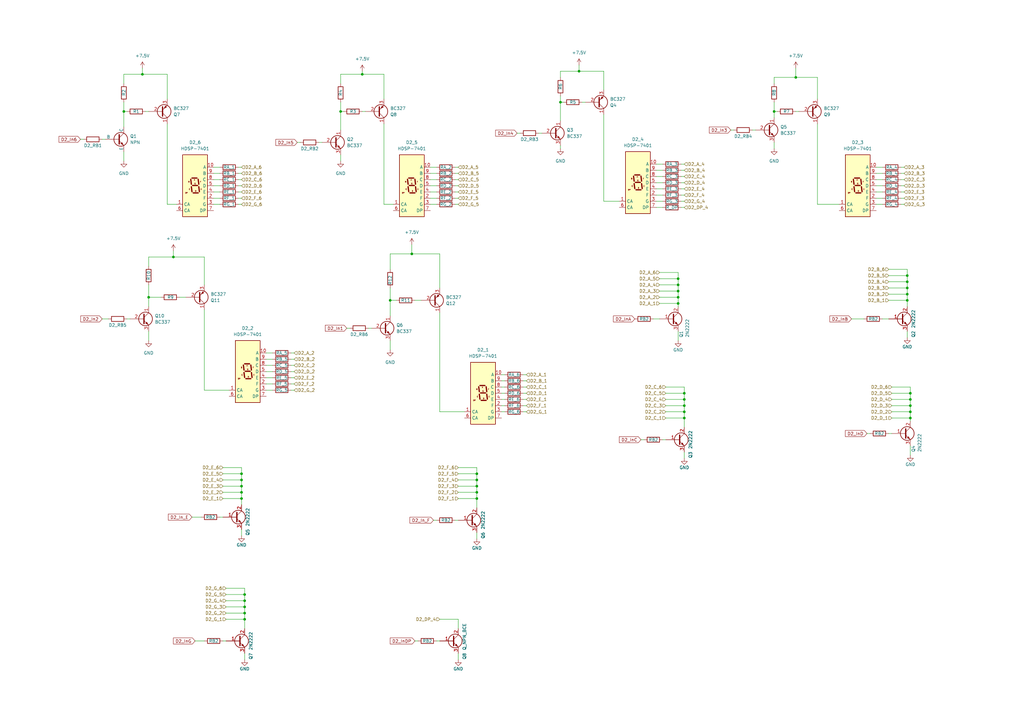
<source format=kicad_sch>
(kicad_sch (version 20230121) (generator eeschema)
  (paper "A3")
  (lib_symbols
    (symbol "Device:Q_NPN_BCE" (pin_names (offset 0) hide)
      (property "Reference" "Q" (at 5.08 1.27 0))
      (property "Value" "Q_NPN_BCE" (at 5.08 -1.27 0))
      (symbol "Q_NPN_BCE_0_1"
        (polyline (pts (xy 0.635 0.635) (xy 2.54 2.54)))
        (polyline (pts (xy 0.635 -0.635) (xy 2.54 -2.54) (xy 2.54 -2.54)))
        (polyline (pts (xy 0.635 1.905) (xy 0.635 -1.905) (xy 0.635 -1.905)) (stroke (width 0.508)))
        (polyline (pts (xy 1.27 -1.778) (xy 1.778 -1.27) (xy 2.286 -2.286) (xy 1.27 -1.778) (xy 1.27 -1.778)) (fill (type outline)))
        (circle (center 1.27 0) (radius 2.8194) (stroke (width 0.254)))
      )
      (symbol "Q_NPN_BCE_1_1"
        (pin input line (at -5.08 0 0) (length 5.715) (name "B") (number "1"))
        (pin passive line (at 2.54 5.08 270) (length 2.54) (name "C") (number "2"))
        (pin passive line (at 2.54 -5.08 90) (length 2.54) (name "E") (number "3"))
      )
    )
    (symbol "Device:R" (pin_numbers hide) (pin_names (offset 0))
      (property "Reference" "R" (at 2.032 0 90))
      (property "Value" "R" (at 0 0 90))
      (symbol "R_0_1"
        (rectangle (start -1.016 -2.54) (end 1.016 2.54) (stroke (width 0.254)))
      )
      (symbol "R_1_1"
        (pin passive line (at 0 3.81 270) (length 1.27) (name "~") (number "1"))
        (pin passive line (at 0 -3.81 90) (length 1.27) (name "~") (number "2"))
      )
    )
    (symbol "Display_Character:HDSP-7401"
      (property "Reference" "U" (at -3.81 13.97 0))
      (property "Value" "HDSP-7401" (at 6.35 13.97 0))
      (symbol "HDSP-7401_1_0"
        (text "A" (at 0.254 2.413 0) (effects (font (size 0.508 0.508))))
        (text "B" (at 2.54 1.651 0) (effects (font (size 0.508 0.508))))
        (text "C" (at 2.286 -1.397 0) (effects (font (size 0.508 0.508))))
        (text "D" (at -0.254 -2.159 0) (effects (font (size 0.508 0.508))))
        (text "DP" (at 3.556 -2.921 0) (effects (font (size 0.508 0.508))))
        (text "E" (at -2.54 -1.397 0) (effects (font (size 0.508 0.508))))
        (text "F" (at -2.286 1.651 0) (effects (font (size 0.508 0.508))))
        (text "G" (at 0 0.889 0) (effects (font (size 0.508 0.508))))
      )
      (symbol "HDSP-7401_1_1"
        (rectangle (start -5.08 12.7) (end 5.08 -12.7) (stroke (width 0.254)) (fill (type background)))
        (polyline (pts (xy -1.524 -0.381) (xy -1.778 -2.413)) (stroke (width 0.508)))
        (polyline (pts (xy -1.27 -2.921) (xy 0.762 -2.921)) (stroke (width 0.508)))
        (polyline (pts (xy -1.27 2.667) (xy -1.524 0.635)) (stroke (width 0.508)))
        (polyline (pts (xy -1.016 0.127) (xy 1.016 0.127)) (stroke (width 0.508)))
        (polyline (pts (xy -0.762 3.175) (xy 1.27 3.175)) (stroke (width 0.508)))
        (polyline (pts (xy 1.524 -0.381) (xy 1.27 -2.413)) (stroke (width 0.508)))
        (polyline (pts (xy 1.778 2.667) (xy 1.524 0.635)) (stroke (width 0.508)))
        (polyline (pts (xy 2.54 -2.921) (xy 2.54 -2.921)) (stroke (width 0.508)))
        (pin input line (at 7.62 -7.62 180) (length 2.54) (name "CA") (number "1"))
        (pin input line (at -7.62 7.62 0) (length 2.54) (name "A") (number "10"))
        (pin input line (at -7.62 -5.08 0) (length 2.54) (name "F") (number "2"))
        (pin input line (at -7.62 -7.62 0) (length 2.54) (name "G") (number "3"))
        (pin input line (at -7.62 -2.54 0) (length 2.54) (name "E") (number "4"))
        (pin input line (at -7.62 0 0) (length 2.54) (name "D") (number "5"))
        (pin input line (at 7.62 -10.16 180) (length 2.54) (name "CA") (number "6"))
        (pin input line (at -7.62 -10.16 0) (length 2.54) (name "DP") (number "7"))
        (pin input line (at -7.62 2.54 0) (length 2.54) (name "C") (number "8"))
        (pin input line (at -7.62 5.08 0) (length 2.54) (name "B") (number "9"))
      )
    )
    (symbol "GND_1" (power) (pin_names (offset 0))
      (property "Value" "GND_1" (at 0 -3.81 0))
      (symbol "GND_1_0_1"
        (polyline (pts (xy 0 0) (xy 0 -1.27) (xy 1.27 -1.27) (xy 0 -2.54) (xy -1.27 -1.27) (xy 0 -1.27)))
      )
      (symbol "GND_1_1_1"
        (pin power_in line (at 0 0 270) (length 0) hide (name "GND") (number "1"))
      )
    )
    (symbol "GND_2" (power) (pin_names (offset 0))
      (property "Value" "GND_2" (at 0 -3.81 0))
      (symbol "GND_2_0_1"
        (polyline (pts (xy 0 0) (xy 0 -1.27) (xy 1.27 -1.27) (xy 0 -2.54) (xy -1.27 -1.27) (xy 0 -1.27)))
      )
      (symbol "GND_2_1_1"
        (pin power_in line (at 0 0 270) (length 0) hide (name "GND") (number "1"))
      )
    )
    (symbol "GND_3" (power) (pin_names (offset 0))
      (property "Value" "GND_3" (at 0 -3.81 0))
      (symbol "GND_3_0_1"
        (polyline (pts (xy 0 0) (xy 0 -1.27) (xy 1.27 -1.27) (xy 0 -2.54) (xy -1.27 -1.27) (xy 0 -1.27)))
      )
      (symbol "GND_3_1_1"
        (pin power_in line (at 0 0 270) (length 0) hide (name "GND") (number "1"))
      )
    )
    (symbol "GND_4" (power) (pin_names (offset 0))
      (property "Value" "GND_4" (at 0 -3.81 0))
      (symbol "GND_4_0_1"
        (polyline (pts (xy 0 0) (xy 0 -1.27) (xy 1.27 -1.27) (xy 0 -2.54) (xy -1.27 -1.27) (xy 0 -1.27)))
      )
      (symbol "GND_4_1_1"
        (pin power_in line (at 0 0 270) (length 0) hide (name "GND") (number "1"))
      )
    )
    (symbol "GND_5" (power) (pin_names (offset 0))
      (property "Value" "GND_5" (at 0 -3.81 0))
      (symbol "GND_5_0_1"
        (polyline (pts (xy 0 0) (xy 0 -1.27) (xy 1.27 -1.27) (xy 0 -2.54) (xy -1.27 -1.27) (xy 0 -1.27)))
      )
      (symbol "GND_5_1_1"
        (pin power_in line (at 0 0 270) (length 0) hide (name "GND") (number "1"))
      )
    )
    (symbol "Simulation_SPICE:NPN" (pin_numbers hide) (pin_names (offset 0))
      (property "Reference" "Q" (at -2.54 7.62 0))
      (property "Value" "NPN" (at -2.54 5.08 0))
      (symbol "NPN_0_1"
        (polyline (pts (xy -2.54 0) (xy 0.635 0)) (stroke (width 0.1524)))
        (polyline (pts (xy 0.635 0.635) (xy 2.54 2.54)))
        (polyline (pts (xy 2.794 -1.27) (xy 2.794 -1.27)) (stroke (width 0.1524)))
        (polyline (pts (xy 2.794 -1.27) (xy 2.794 -1.27)) (stroke (width 0.1524)))
        (polyline (pts (xy 0.635 -0.635) (xy 2.54 -2.54) (xy 2.54 -2.54)))
        (polyline (pts (xy 0.635 1.905) (xy 0.635 -1.905) (xy 0.635 -1.905)) (stroke (width 0.508)))
        (polyline (pts (xy 1.27 -1.778) (xy 1.778 -1.27) (xy 2.286 -2.286) (xy 1.27 -1.778) (xy 1.27 -1.778)) (fill (type outline)))
        (circle (center 1.27 0) (radius 2.8194) (stroke (width 0.254)))
      )
      (symbol "NPN_1_1"
        (pin open_collector line (at 2.54 5.08 270) (length 2.54) (name "C") (number "1"))
        (pin input line (at -5.08 0 0) (length 2.54) (name "B") (number "2"))
        (pin open_emitter line (at 2.54 -5.08 90) (length 2.54) (name "E") (number "3"))
      )
    )
    (symbol "Transistor_BJT:BC327" (pin_names (offset 0) hide)
      (property "Reference" "Q" (at 5.08 1.905 0))
      (property "Value" "BC327" (at 5.08 0 0))
      (symbol "BC327_0_1"
        (polyline (pts (xy 0.635 0.635) (xy 2.54 2.54)))
        (polyline (pts (xy 0.635 -0.635) (xy 2.54 -2.54) (xy 2.54 -2.54)))
        (polyline (pts (xy 0.635 1.905) (xy 0.635 -1.905) (xy 0.635 -1.905)) (stroke (width 0.508)))
        (polyline (pts (xy 2.286 -1.778) (xy 1.778 -2.286) (xy 1.27 -1.27) (xy 2.286 -1.778) (xy 2.286 -1.778)) (fill (type outline)))
        (circle (center 1.27 0) (radius 2.8194) (stroke (width 0.254)))
      )
      (symbol "BC327_1_1"
        (pin passive line (at 2.54 5.08 270) (length 2.54) (name "C") (number "1"))
        (pin input line (at -5.08 0 0) (length 5.715) (name "B") (number "2"))
        (pin passive line (at 2.54 -5.08 90) (length 2.54) (name "E") (number "3"))
      )
    )
    (symbol "Transistor_BJT:BC337" (pin_names (offset 0) hide)
      (property "Reference" "Q" (at 5.08 1.905 0))
      (property "Value" "BC337" (at 5.08 0 0))
      (symbol "BC337_0_1"
        (polyline (pts (xy 0 0) (xy 0.635 0)))
        (polyline (pts (xy 0.635 0.635) (xy 2.54 2.54)))
        (polyline (pts (xy 0.635 -0.635) (xy 2.54 -2.54) (xy 2.54 -2.54)))
        (polyline (pts (xy 0.635 1.905) (xy 0.635 -1.905) (xy 0.635 -1.905)) (stroke (width 0.508)))
        (polyline (pts (xy 1.27 -1.778) (xy 1.778 -1.27) (xy 2.286 -2.286) (xy 1.27 -1.778) (xy 1.27 -1.778)) (fill (type outline)))
        (circle (center 1.27 0) (radius 2.8194) (stroke (width 0.254)))
      )
      (symbol "BC337_1_1"
        (pin passive line (at 2.54 5.08 270) (length 2.54) (name "C") (number "1"))
        (pin input line (at -5.08 0 0) (length 5.08) (name "B") (number "2"))
        (pin passive line (at 2.54 -5.08 90) (length 2.54) (name "E") (number "3"))
      )
    )
    (symbol "power:+7.5V" (power) (pin_names (offset 0))
      (property "Value" "+7.5V" (at 0 3.556 0))
      (symbol "+7.5V_0_1"
        (polyline (pts (xy -0.762 1.27) (xy 0 2.54)))
        (polyline (pts (xy 0 0) (xy 0 2.54)))
        (polyline (pts (xy 0 2.54) (xy 0.762 1.27)))
      )
      (symbol "+7.5V_1_1"
        (pin power_in line (at 0 0 90) (length 0) hide (name "+7.5V") (number "1"))
      )
    )
    (symbol "power:GND" (power) (pin_names (offset 0))
      (property "Value" "GND" (at 0 -3.81 0))
      (symbol "GND_0_1"
        (polyline (pts (xy 0 0) (xy 0 -1.27) (xy 1.27 -1.27) (xy 0 -2.54) (xy -1.27 -1.27) (xy 0 -1.27)))
      )
      (symbol "GND_1_1"
        (pin power_in line (at 0 0 270) (length 0) hide (name "GND") (number "1"))
      )
    )
  )
  (junction (at 100.33 248.92))
  (junction (at 100.33 246.38))
  (junction (at 100.33 243.84))
  (junction (at 60.96 121.92))
  (junction (at 195.58 196.85))
  (junction (at 71.12 105.41))
  (junction (at 373.38 171.45))
  (junction (at 372.11 120.65))
  (junction (at 50.8 45.72))
  (junction (at 280.67 168.91))
  (junction (at 278.13 121.92))
  (junction (at 280.67 166.37))
  (junction (at 372.11 123.19))
  (junction (at 100.33 251.46))
  (junction (at 100.33 254))
  (junction (at 229.87 41.91))
  (junction (at 195.58 199.39))
  (junction (at 58.42 30.48))
  (junction (at 99.06 199.39))
  (junction (at 372.11 118.11))
  (junction (at 372.11 115.57))
  (junction (at 195.58 201.93))
  (junction (at 372.11 113.03))
  (junction (at 99.06 201.93))
  (junction (at 373.38 163.83))
  (junction (at 373.38 161.29))
  (junction (at 317.5 45.72))
  (junction (at 373.38 166.37))
  (junction (at 373.38 168.91))
  (junction (at 99.06 204.47))
  (junction (at 280.67 161.29))
  (junction (at 99.06 194.31))
  (junction (at 195.58 194.31))
  (junction (at 237.49 29.21))
  (junction (at 280.67 171.45))
  (junction (at 326.39 31.75))
  (junction (at 99.06 196.85))
  (junction (at 280.67 163.83))
  (junction (at 195.58 204.47))
  (junction (at 148.59 30.48))
  (junction (at 278.13 114.3))
  (junction (at 168.91 104.14))
  (junction (at 278.13 119.38))
  (junction (at 139.7 45.72))
  (junction (at 160.02 123.19))
  (junction (at 278.13 124.46))
  (junction (at 278.13 116.84))
  (wire (pts (xy 373.38 161.29) (xy 373.38 163.83)))
  (wire (pts (xy 109.22 152.4) (xy 111.76 152.4)))
  (wire (pts (xy 139.7 63.5) (xy 139.7 66.04)))
  (wire (pts (xy 280.67 163.83) (xy 280.67 166.37)))
  (wire (pts (xy 229.87 31.75) (xy 229.87 29.21)))
  (wire (pts (xy 109.22 160.02) (xy 111.76 160.02)))
  (wire (pts (xy 186.69 68.58) (xy 187.96 68.58)))
  (wire (pts (xy 168.91 104.14) (xy 180.34 104.14)))
  (wire (pts (xy 148.59 30.48) (xy 148.59 29.21)))
  (wire (pts (xy 207.01 158.75) (xy 205.74 158.75)))
  (wire (pts (xy 168.91 104.14) (xy 168.91 100.33)))
  (wire (pts (xy 100.33 246.38) (xy 100.33 248.92)))
  (wire (pts (xy 91.44 204.47) (xy 99.06 204.47)))
  (wire (pts (xy 160.02 123.19) (xy 162.56 123.19)))
  (wire (pts (xy 359.41 68.58) (xy 361.95 68.58)))
  (wire (pts (xy 97.79 68.58) (xy 99.06 68.58)))
  (wire (pts (xy 195.58 194.31) (xy 195.58 196.85)))
  (wire (pts (xy 280.67 185.42) (xy 280.67 187.96)))
  (wire (pts (xy 317.5 45.72) (xy 318.77 45.72)))
  (wire (pts (xy 326.39 31.75) (xy 335.28 31.75)))
  (wire (pts (xy 372.11 120.65) (xy 372.11 123.19)))
  (wire (pts (xy 97.79 78.74) (xy 99.06 78.74)))
  (wire (pts (xy 372.11 113.03) (xy 372.11 110.49)))
  (wire (pts (xy 130.81 58.42) (xy 132.08 58.42)))
  (wire (pts (xy 187.96 194.31) (xy 195.58 194.31)))
  (wire (pts (xy 148.59 45.72) (xy 149.86 45.72)))
  (wire (pts (xy 278.13 121.92) (xy 278.13 124.46)))
  (wire (pts (xy 269.24 77.47) (xy 271.78 77.47)))
  (wire (pts (xy 97.79 81.28) (xy 99.06 81.28)))
  (wire (pts (xy 365.76 168.91) (xy 373.38 168.91)))
  (wire (pts (xy 269.24 80.01) (xy 271.78 80.01)))
  (wire (pts (xy 279.4 80.01) (xy 280.67 80.01)))
  (wire (pts (xy 214.63 158.75) (xy 215.9 158.75)))
  (wire (pts (xy 60.96 105.41) (xy 60.96 109.22)))
  (wire (pts (xy 91.44 194.31) (xy 99.06 194.31)))
  (wire (pts (xy 180.34 168.91) (xy 180.34 128.27)))
  (wire (pts (xy 269.24 74.93) (xy 271.78 74.93)))
  (wire (pts (xy 279.4 69.85) (xy 280.67 69.85)))
  (wire (pts (xy 50.8 34.29) (xy 50.8 30.48)))
  (wire (pts (xy 139.7 45.72) (xy 139.7 41.91)))
  (wire (pts (xy 59.69 45.72) (xy 60.96 45.72)))
  (wire (pts (xy 317.5 58.42) (xy 317.5 60.96)))
  (wire (pts (xy 229.87 59.69) (xy 229.87 60.96)))
  (wire (pts (xy 100.33 248.92) (xy 100.33 251.46)))
  (wire (pts (xy 373.38 168.91) (xy 373.38 171.45)))
  (wire (pts (xy 335.28 40.64) (xy 335.28 31.75)))
  (wire (pts (xy 373.38 158.75) (xy 365.76 158.75)))
  (wire (pts (xy 335.28 83.82) (xy 344.17 83.82)))
  (wire (pts (xy 262.89 180.34) (xy 264.16 180.34)))
  (wire (pts (xy 229.87 41.91) (xy 231.14 41.91)))
  (wire (pts (xy 373.38 182.88) (xy 373.38 186.69)))
  (wire (pts (xy 186.69 78.74) (xy 187.96 78.74)))
  (wire (pts (xy 299.72 53.34) (xy 300.99 53.34)))
  (wire (pts (xy 176.53 83.82) (xy 179.07 83.82)))
  (wire (pts (xy 160.02 118.11) (xy 160.02 123.19)))
  (wire (pts (xy 186.69 83.82) (xy 187.96 83.82)))
  (wire (pts (xy 372.11 113.03) (xy 372.11 115.57)))
  (wire (pts (xy 186.69 76.2) (xy 187.96 76.2)))
  (wire (pts (xy 68.58 40.64) (xy 68.58 30.48)))
  (wire (pts (xy 317.5 31.75) (xy 326.39 31.75)))
  (wire (pts (xy 157.48 83.82) (xy 161.29 83.82)))
  (wire (pts (xy 41.91 130.81) (xy 44.45 130.81)))
  (wire (pts (xy 195.58 194.31) (xy 195.58 191.77)))
  (wire (pts (xy 99.06 196.85) (xy 99.06 199.39)))
  (wire (pts (xy 278.13 119.38) (xy 278.13 121.92)))
  (wire (pts (xy 278.13 124.46) (xy 278.13 125.73)))
  (wire (pts (xy 269.24 85.09) (xy 271.78 85.09)))
  (wire (pts (xy 187.96 199.39) (xy 195.58 199.39)))
  (wire (pts (xy 279.4 74.93) (xy 280.67 74.93)))
  (wire (pts (xy 179.07 262.89) (xy 180.34 262.89)))
  (wire (pts (xy 207.01 161.29) (xy 205.74 161.29)))
  (wire (pts (xy 68.58 83.82) (xy 72.39 83.82)))
  (wire (pts (xy 273.05 161.29) (xy 280.67 161.29)))
  (wire (pts (xy 207.01 163.83) (xy 205.74 163.83)))
  (wire (pts (xy 176.53 76.2) (xy 179.07 76.2)))
  (wire (pts (xy 83.82 116.84) (xy 83.82 105.41)))
  (wire (pts (xy 364.49 118.11) (xy 372.11 118.11)))
  (wire (pts (xy 359.41 71.12) (xy 361.95 71.12)))
  (wire (pts (xy 373.38 163.83) (xy 373.38 166.37)))
  (wire (pts (xy 247.65 46.99) (xy 247.65 82.55)))
  (wire (pts (xy 317.5 34.29) (xy 317.5 31.75)))
  (wire (pts (xy 212.09 54.61) (xy 213.36 54.61)))
  (wire (pts (xy 119.38 152.4) (xy 120.65 152.4)))
  (wire (pts (xy 364.49 177.8) (xy 365.76 177.8)))
  (wire (pts (xy 177.8 213.36) (xy 179.07 213.36)))
  (wire (pts (xy 187.96 254) (xy 180.34 254)))
  (wire (pts (xy 273.05 166.37) (xy 280.67 166.37)))
  (wire (pts (xy 119.38 157.48) (xy 120.65 157.48)))
  (wire (pts (xy 176.53 78.74) (xy 179.07 78.74)))
  (wire (pts (xy 214.63 166.37) (xy 215.9 166.37)))
  (wire (pts (xy 119.38 154.94) (xy 120.65 154.94)))
  (wire (pts (xy 369.57 68.58) (xy 370.84 68.58)))
  (wire (pts (xy 365.76 171.45) (xy 373.38 171.45)))
  (wire (pts (xy 109.22 144.78) (xy 111.76 144.78)))
  (wire (pts (xy 270.51 119.38) (xy 278.13 119.38)))
  (wire (pts (xy 280.67 168.91) (xy 280.67 171.45)))
  (wire (pts (xy 142.24 134.62) (xy 143.51 134.62)))
  (wire (pts (xy 100.33 241.3) (xy 92.71 241.3)))
  (wire (pts (xy 60.96 105.41) (xy 71.12 105.41)))
  (wire (pts (xy 78.74 212.09) (xy 82.55 212.09)))
  (wire (pts (xy 99.06 191.77) (xy 91.44 191.77)))
  (wire (pts (xy 195.58 191.77) (xy 187.96 191.77)))
  (wire (pts (xy 214.63 168.91) (xy 215.9 168.91)))
  (wire (pts (xy 326.39 45.72) (xy 327.66 45.72)))
  (wire (pts (xy 207.01 166.37) (xy 205.74 166.37)))
  (wire (pts (xy 100.33 254) (xy 100.33 257.81)))
  (wire (pts (xy 58.42 30.48) (xy 68.58 30.48)))
  (wire (pts (xy 278.13 111.76) (xy 270.51 111.76)))
  (wire (pts (xy 58.42 30.48) (xy 58.42 27.94)))
  (wire (pts (xy 279.4 82.55) (xy 280.67 82.55)))
  (wire (pts (xy 373.38 172.72) (xy 373.38 171.45)))
  (wire (pts (xy 176.53 73.66) (xy 179.07 73.66)))
  (wire (pts (xy 91.44 196.85) (xy 99.06 196.85)))
  (wire (pts (xy 83.82 105.41) (xy 71.12 105.41)))
  (wire (pts (xy 369.57 71.12) (xy 370.84 71.12)))
  (wire (pts (xy 279.4 85.09) (xy 280.67 85.09)))
  (wire (pts (xy 365.76 161.29) (xy 373.38 161.29)))
  (wire (pts (xy 359.41 78.74) (xy 361.95 78.74)))
  (wire (pts (xy 87.63 81.28) (xy 90.17 81.28)))
  (wire (pts (xy 308.61 53.34) (xy 309.88 53.34)))
  (wire (pts (xy 278.13 114.3) (xy 278.13 116.84)))
  (wire (pts (xy 317.5 45.72) (xy 317.5 48.26)))
  (wire (pts (xy 359.41 73.66) (xy 361.95 73.66)))
  (wire (pts (xy 99.06 201.93) (xy 99.06 204.47)))
  (wire (pts (xy 186.69 73.66) (xy 187.96 73.66)))
  (wire (pts (xy 269.24 67.31) (xy 271.78 67.31)))
  (wire (pts (xy 214.63 153.67) (xy 215.9 153.67)))
  (wire (pts (xy 119.38 149.86) (xy 120.65 149.86)))
  (wire (pts (xy 247.65 82.55) (xy 254 82.55)))
  (wire (pts (xy 157.48 30.48) (xy 157.48 40.64)))
  (wire (pts (xy 364.49 123.19) (xy 372.11 123.19)))
  (wire (pts (xy 160.02 110.49) (xy 160.02 104.14)))
  (wire (pts (xy 87.63 78.74) (xy 90.17 78.74)))
  (wire (pts (xy 195.58 218.44) (xy 195.58 220.98)))
  (wire (pts (xy 170.18 123.19) (xy 172.72 123.19)))
  (wire (pts (xy 279.4 67.31) (xy 280.67 67.31)))
  (wire (pts (xy 83.82 127) (xy 83.82 160.02)))
  (wire (pts (xy 195.58 199.39) (xy 195.58 201.93)))
  (wire (pts (xy 359.41 76.2) (xy 361.95 76.2)))
  (wire (pts (xy 279.4 77.47) (xy 280.67 77.47)))
  (wire (pts (xy 229.87 29.21) (xy 237.49 29.21)))
  (wire (pts (xy 186.69 213.36) (xy 187.96 213.36)))
  (wire (pts (xy 157.48 50.8) (xy 157.48 83.82)))
  (wire (pts (xy 176.53 81.28) (xy 179.07 81.28)))
  (wire (pts (xy 214.63 161.29) (xy 215.9 161.29)))
  (wire (pts (xy 170.18 262.89) (xy 171.45 262.89)))
  (wire (pts (xy 373.38 166.37) (xy 373.38 168.91)))
  (wire (pts (xy 369.57 83.82) (xy 370.84 83.82)))
  (wire (pts (xy 176.53 71.12) (xy 179.07 71.12)))
  (wire (pts (xy 140.97 45.72) (xy 139.7 45.72)))
  (wire (pts (xy 269.24 69.85) (xy 271.78 69.85)))
  (wire (pts (xy 91.44 201.93) (xy 99.06 201.93)))
  (wire (pts (xy 99.06 194.31) (xy 99.06 196.85)))
  (wire (pts (xy 83.82 160.02) (xy 93.98 160.02)))
  (wire (pts (xy 372.11 135.89) (xy 372.11 138.43)))
  (wire (pts (xy 359.41 81.28) (xy 361.95 81.28)))
  (wire (pts (xy 187.96 254) (xy 187.96 257.81)))
  (wire (pts (xy 87.63 71.12) (xy 90.17 71.12)))
  (wire (pts (xy 280.67 171.45) (xy 280.67 175.26)))
  (wire (pts (xy 50.8 45.72) (xy 50.8 52.07)))
  (wire (pts (xy 97.79 83.82) (xy 99.06 83.82)))
  (wire (pts (xy 369.57 76.2) (xy 370.84 76.2)))
  (wire (pts (xy 207.01 168.91) (xy 205.74 168.91)))
  (wire (pts (xy 87.63 83.82) (xy 90.17 83.82)))
  (wire (pts (xy 52.07 45.72) (xy 50.8 45.72)))
  (wire (pts (xy 119.38 147.32) (xy 120.65 147.32)))
  (wire (pts (xy 97.79 76.2) (xy 99.06 76.2)))
  (wire (pts (xy 355.6 177.8) (xy 356.87 177.8)))
  (wire (pts (xy 186.69 81.28) (xy 187.96 81.28)))
  (wire (pts (xy 121.92 58.42) (xy 123.19 58.42)))
  (wire (pts (xy 119.38 144.78) (xy 120.65 144.78)))
  (wire (pts (xy 43.18 57.15) (xy 41.91 57.15)))
  (wire (pts (xy 214.63 156.21) (xy 215.9 156.21)))
  (wire (pts (xy 273.05 163.83) (xy 280.67 163.83)))
  (wire (pts (xy 90.17 212.09) (xy 91.44 212.09)))
  (wire (pts (xy 361.95 130.81) (xy 364.49 130.81)))
  (wire (pts (xy 195.58 204.47) (xy 195.58 208.28)))
  (wire (pts (xy 273.05 168.91) (xy 280.67 168.91)))
  (wire (pts (xy 109.22 154.94) (xy 111.76 154.94)))
  (wire (pts (xy 100.33 251.46) (xy 100.33 254)))
  (wire (pts (xy 139.7 45.72) (xy 139.7 53.34)))
  (wire (pts (xy 148.59 30.48) (xy 157.48 30.48)))
  (wire (pts (xy 267.97 130.81) (xy 270.51 130.81)))
  (wire (pts (xy 109.22 149.86) (xy 111.76 149.86)))
  (wire (pts (xy 180.34 168.91) (xy 190.5 168.91)))
  (wire (pts (xy 280.67 161.29) (xy 280.67 163.83)))
  (wire (pts (xy 365.76 163.83) (xy 373.38 163.83)))
  (wire (pts (xy 92.71 243.84) (xy 100.33 243.84)))
  (wire (pts (xy 364.49 113.03) (xy 372.11 113.03)))
  (wire (pts (xy 373.38 161.29) (xy 373.38 158.75)))
  (wire (pts (xy 99.06 199.39) (xy 99.06 201.93)))
  (wire (pts (xy 229.87 49.53) (xy 229.87 41.91)))
  (wire (pts (xy 187.96 196.85) (xy 195.58 196.85)))
  (wire (pts (xy 280.67 166.37) (xy 280.67 168.91)))
  (wire (pts (xy 372.11 115.57) (xy 372.11 118.11)))
  (wire (pts (xy 180.34 118.11) (xy 180.34 104.14)))
  (wire (pts (xy 270.51 116.84) (xy 278.13 116.84)))
  (wire (pts (xy 176.53 68.58) (xy 179.07 68.58)))
  (wire (pts (xy 109.22 147.32) (xy 111.76 147.32)))
  (wire (pts (xy 269.24 82.55) (xy 271.78 82.55)))
  (wire (pts (xy 364.49 120.65) (xy 372.11 120.65)))
  (wire (pts (xy 99.06 204.47) (xy 99.06 207.01)))
  (wire (pts (xy 317.5 41.91) (xy 317.5 45.72)))
  (wire (pts (xy 364.49 115.57) (xy 372.11 115.57)))
  (wire (pts (xy 160.02 104.14) (xy 168.91 104.14)))
  (wire (pts (xy 229.87 39.37) (xy 229.87 41.91)))
  (wire (pts (xy 119.38 160.02) (xy 120.65 160.02)))
  (wire (pts (xy 60.96 116.84) (xy 60.96 121.92)))
  (wire (pts (xy 52.07 130.81) (xy 53.34 130.81)))
  (wire (pts (xy 372.11 123.19) (xy 372.11 125.73)))
  (wire (pts (xy 237.49 26.67) (xy 237.49 29.21)))
  (wire (pts (xy 91.44 199.39) (xy 99.06 199.39)))
  (wire (pts (xy 369.57 78.74) (xy 370.84 78.74)))
  (wire (pts (xy 92.71 254) (xy 100.33 254)))
  (wire (pts (xy 326.39 31.75) (xy 326.39 27.94)))
  (wire (pts (xy 99.06 217.17) (xy 99.06 219.71)))
  (wire (pts (xy 100.33 243.84) (xy 100.33 246.38)))
  (wire (pts (xy 87.63 76.2) (xy 90.17 76.2)))
  (wire (pts (xy 335.28 50.8) (xy 335.28 83.82)))
  (wire (pts (xy 60.96 121.92) (xy 60.96 125.73)))
  (wire (pts (xy 68.58 50.8) (xy 68.58 83.82)))
  (wire (pts (xy 151.13 134.62) (xy 152.4 134.62)))
  (wire (pts (xy 247.65 29.21) (xy 237.49 29.21)))
  (wire (pts (xy 92.71 251.46) (xy 100.33 251.46)))
  (wire (pts (xy 372.11 118.11) (xy 372.11 120.65)))
  (wire (pts (xy 270.51 124.46) (xy 278.13 124.46)))
  (wire (pts (xy 269.24 72.39) (xy 271.78 72.39)))
  (wire (pts (xy 60.96 121.92) (xy 66.04 121.92)))
  (wire (pts (xy 97.79 73.66) (xy 99.06 73.66)))
  (wire (pts (xy 50.8 62.23) (xy 50.8 66.04)))
  (wire (pts (xy 270.51 114.3) (xy 278.13 114.3)))
  (wire (pts (xy 187.96 267.97) (xy 187.96 270.51)))
  (wire (pts (xy 195.58 196.85) (xy 195.58 199.39)))
  (wire (pts (xy 187.96 201.93) (xy 195.58 201.93)))
  (wire (pts (xy 207.01 156.21) (xy 205.74 156.21)))
  (wire (pts (xy 99.06 194.31) (xy 99.06 191.77)))
  (wire (pts (xy 87.63 68.58) (xy 90.17 68.58)))
  (wire (pts (xy 271.78 180.34) (xy 273.05 180.34)))
  (wire (pts (xy 278.13 114.3) (xy 278.13 111.76)))
  (wire (pts (xy 60.96 135.89) (xy 60.96 139.7)))
  (wire (pts (xy 349.25 130.81) (xy 354.33 130.81)))
  (wire (pts (xy 220.98 54.61) (xy 222.25 54.61)))
  (wire (pts (xy 80.01 262.89) (xy 83.82 262.89)))
  (wire (pts (xy 195.58 201.93) (xy 195.58 204.47)))
  (wire (pts (xy 369.57 81.28) (xy 370.84 81.28)))
  (wire (pts (xy 365.76 166.37) (xy 373.38 166.37)))
  (wire (pts (xy 100.33 267.97) (xy 100.33 270.51)))
  (wire (pts (xy 214.63 163.83) (xy 215.9 163.83)))
  (wire (pts (xy 50.8 30.48) (xy 58.42 30.48)))
  (wire (pts (xy 92.71 246.38) (xy 100.33 246.38)))
  (wire (pts (xy 278.13 135.89) (xy 278.13 139.7)))
  (wire (pts (xy 97.79 71.12) (xy 99.06 71.12)))
  (wire (pts (xy 280.67 158.75) (xy 273.05 158.75)))
  (wire (pts (xy 238.76 41.91) (xy 240.03 41.91)))
  (wire (pts (xy 34.29 57.15) (xy 33.02 57.15)))
  (wire (pts (xy 139.7 30.48) (xy 148.59 30.48)))
  (wire (pts (xy 207.01 153.67) (xy 205.74 153.67)))
  (wire (pts (xy 139.7 34.29) (xy 139.7 30.48)))
  (wire (pts (xy 109.22 157.48) (xy 111.76 157.48)))
  (wire (pts (xy 160.02 123.19) (xy 160.02 129.54)))
  (wire (pts (xy 87.63 73.66) (xy 90.17 73.66)))
  (wire (pts (xy 187.96 204.47) (xy 195.58 204.47)))
  (wire (pts (xy 273.05 171.45) (xy 280.67 171.45)))
  (wire (pts (xy 278.13 116.84) (xy 278.13 119.38)))
  (wire (pts (xy 280.67 161.29) (xy 280.67 158.75)))
  (wire (pts (xy 372.11 110.49) (xy 364.49 110.49)))
  (wire (pts (xy 91.44 262.89) (xy 92.71 262.89)))
  (wire (pts (xy 71.12 105.41) (xy 71.12 102.87)))
  (wire (pts (xy 279.4 72.39) (xy 280.67 72.39)))
  (wire (pts (xy 50.8 45.72) (xy 50.8 41.91)))
  (wire (pts (xy 247.65 29.21) (xy 247.65 36.83)))
  (wire (pts (xy 100.33 243.84) (xy 100.33 241.3)))
  (wire (pts (xy 160.02 139.7) (xy 160.02 143.51)))
  (wire (pts (xy 186.69 71.12) (xy 187.96 71.12)))
  (wire (pts (xy 359.41 83.82) (xy 361.95 83.82)))
  (wire (pts (xy 270.51 121.92) (xy 278.13 121.92)))
  (wire (pts (xy 73.66 121.92) (xy 76.2 121.92)))
  (wire (pts (xy 92.71 248.92) (xy 100.33 248.92)))
  (wire (pts (xy 369.57 73.66) (xy 370.84 73.66)))
  (global_label "D2_In6" (shape input) (at 33.02 57.15 180) (property "Intersheetrefs" "${INTERSHEET_REFS}" (effects hide)))
  (global_label "D2_In1" (shape input) (at 142.24 134.62 180) (property "Intersheetrefs" "${INTERSHEET_REFS}" (effects hide)))
  (global_label "D2_In_F" (shape input) (at 177.8 213.36 180) (property "Intersheetrefs" "${INTERSHEET_REFS}" (effects hide)))
  (global_label "D2_In4" (shape input) (at 212.09 54.61 180) (property "Intersheetrefs" "${INTERSHEET_REFS}" (effects hide)))
  (global_label "D2_In_E" (shape input) (at 78.74 212.09 180) (property "Intersheetrefs" "${INTERSHEET_REFS}" (effects hide)))
  (global_label "D2_InDP" (shape input) (at 170.18 262.89 180) (property "Intersheetrefs" "${INTERSHEET_REFS}" (effects hide)))
  (global_label "D2_InD" (shape input) (at 355.6 177.8 180) (property "Intersheetrefs" "${INTERSHEET_REFS}" (effects hide)))
  (global_label "D2_In3" (shape input) (at 299.72 53.34 180) (property "Intersheetrefs" "${INTERSHEET_REFS}" (effects hide)))
  (global_label "D2_InC" (shape input) (at 262.89 180.34 180) (property "Intersheetrefs" "${INTERSHEET_REFS}" (effects hide)))
  (global_label "D2_lnA" (shape input) (at 260.35 130.81 180) (property "Intersheetrefs" "${INTERSHEET_REFS}" (effects hide)))
  (global_label "D2_In2" (shape input) (at 41.91 130.81 180) (property "Intersheetrefs" "${INTERSHEET_REFS}" (effects hide)))
  (global_label "D2_InG" (shape input) (at 80.01 262.89 180) (property "Intersheetrefs" "${INTERSHEET_REFS}" (effects hide)))
  (global_label "D2_In5" (shape input) (at 121.92 58.42 180) (property "Intersheetrefs" "${INTERSHEET_REFS}" (effects hide)))
  (global_label "D2_InB" (shape input) (at 349.25 130.81 180) (property "Intersheetrefs" "${INTERSHEET_REFS}" (effects hide)))
  (hierarchical_label "D2_A_3" (shape input) (at 370.84 68.58 0))
  (hierarchical_label "D2_A_1" (shape input) (at 270.51 124.46 180))
  (hierarchical_label "D2_C_6" (shape input) (at 99.06 73.66 0))
  (hierarchical_label "D2_F_5" (shape input) (at 187.96 81.28 0))
  (hierarchical_label "D2_E_4" (shape input) (at 280.67 77.47 0))
  (hierarchical_label "D2_A_1" (shape input) (at 215.9 153.67 0))
  (hierarchical_label "D2_D_5" (shape input) (at 365.76 161.29 180))
  (hierarchical_label "D2_E_5" (shape input) (at 187.96 78.74 0))
  (hierarchical_label "D2_DP_4" (shape input) (at 180.34 254 180))
  (hierarchical_label "D2_C_4" (shape input) (at 273.05 163.83 180))
  (hierarchical_label "D2_A_2" (shape input) (at 270.51 121.92 180))
  (hierarchical_label "D2_B_3" (shape input) (at 364.49 118.11 180))
  (hierarchical_label "D2_B_5" (shape input) (at 364.49 113.03 180))
  (hierarchical_label "D2_G_2" (shape input) (at 92.71 251.46 180))
  (hierarchical_label "D2_D_1" (shape input) (at 215.9 161.29 0))
  (hierarchical_label "D2_D_6" (shape input) (at 365.76 158.75 180))
  (hierarchical_label "D2_G_1" (shape input) (at 92.71 254 180))
  (hierarchical_label "D2_D_4" (shape input) (at 280.67 74.93 0))
  (hierarchical_label "D2_A_4" (shape input) (at 270.51 116.84 180))
  (hierarchical_label "D2_F_3" (shape input) (at 187.96 199.39 180))
  (hierarchical_label "D2_G_6" (shape input) (at 92.71 241.3 180))
  (hierarchical_label "D2_D_2" (shape input) (at 365.76 168.91 180))
  (hierarchical_label "D2_C_5" (shape input) (at 187.96 73.66 0))
  (hierarchical_label "D2_E_6" (shape input) (at 99.06 78.74 0))
  (hierarchical_label "D2_F_6" (shape input) (at 187.96 191.77 180))
  (hierarchical_label "D2_A_5" (shape input) (at 187.96 68.58 0))
  (hierarchical_label "D2_A_2" (shape input) (at 120.65 144.78 0))
  (hierarchical_label "D2_B_2" (shape input) (at 120.65 147.32 0))
  (hierarchical_label "D2_F_4" (shape input) (at 280.67 80.01 0))
  (hierarchical_label "D2_G_5" (shape input) (at 187.96 83.82 0))
  (hierarchical_label "D2_C_3" (shape input) (at 370.84 73.66 0))
  (hierarchical_label "D2_A_6" (shape input) (at 99.06 68.58 0))
  (hierarchical_label "D2_B_2" (shape input) (at 364.49 120.65 180))
  (hierarchical_label "D2_F_3" (shape input) (at 370.84 81.28 0))
  (hierarchical_label "D2_G_6" (shape input) (at 99.06 83.82 0))
  (hierarchical_label "D2_G_3" (shape input) (at 370.84 83.82 0))
  (hierarchical_label "D2_F_2" (shape input) (at 120.65 157.48 0))
  (hierarchical_label "D2_G_1" (shape input) (at 215.9 168.91 0))
  (hierarchical_label "D2_C_5" (shape input) (at 273.05 161.29 180))
  (hierarchical_label "D2_D_5" (shape input) (at 187.96 76.2 0))
  (hierarchical_label "D2_G_5" (shape input) (at 92.71 243.84 180))
  (hierarchical_label "D2_D_2" (shape input) (at 120.65 152.4 0))
  (hierarchical_label "D2_B_1" (shape input) (at 364.49 123.19 180))
  (hierarchical_label "D2_C_3" (shape input) (at 273.05 166.37 180))
  (hierarchical_label "D2_DP_4" (shape input) (at 280.67 85.09 0))
  (hierarchical_label "D2_C_6" (shape input) (at 273.05 158.75 180))
  (hierarchical_label "D2_E_6" (shape input) (at 91.44 191.77 180))
  (hierarchical_label "D2_C_2" (shape input) (at 273.05 168.91 180))
  (hierarchical_label "D2_E_2" (shape input) (at 120.65 154.94 0))
  (hierarchical_label "D2_F_6" (shape input) (at 99.06 81.28 0))
  (hierarchical_label "D2_D_1" (shape input) (at 365.76 171.45 180))
  (hierarchical_label "D2_E_1" (shape input) (at 215.9 163.83 0))
  (hierarchical_label "D2_D_3" (shape input) (at 365.76 166.37 180))
  (hierarchical_label "D2_E_5" (shape input) (at 91.44 194.31 180))
  (hierarchical_label "D2_D_6" (shape input) (at 99.06 76.2 0))
  (hierarchical_label "D2_F_1" (shape input) (at 187.96 204.47 180))
  (hierarchical_label "D2_G_2" (shape input) (at 120.65 160.02 0))
  (hierarchical_label "D2_A_4" (shape input) (at 280.67 67.31 0))
  (hierarchical_label "D2_F_1" (shape input) (at 215.9 166.37 0))
  (hierarchical_label "D2_G_4" (shape input) (at 280.67 82.55 0))
  (hierarchical_label "D2_C_1" (shape input) (at 273.05 171.45 180))
  (hierarchical_label "D2_A_3" (shape input) (at 270.51 119.38 180))
  (hierarchical_label "D2_E_1" (shape input) (at 91.44 204.47 180))
  (hierarchical_label "D2_C_4" (shape input) (at 280.67 72.39 0))
  (hierarchical_label "D2_B_5" (shape input) (at 187.96 71.12 0))
  (hierarchical_label "D2_F_2" (shape input) (at 187.96 201.93 180))
  (hierarchical_label "D2_A_5" (shape input) (at 270.51 114.3 180))
  (hierarchical_label "D2_G_3" (shape input) (at 92.71 248.92 180))
  (hierarchical_label "D2_D_3" (shape input) (at 370.84 76.2 0))
  (hierarchical_label "D2_A_6" (shape input) (at 270.51 111.76 180))
  (hierarchical_label "D2_D_4" (shape input) (at 365.76 163.83 180))
  (hierarchical_label "D2_C_1" (shape input) (at 215.9 158.75 0))
  (hierarchical_label "D2_F_4" (shape input) (at 187.96 196.85 180))
  (hierarchical_label "D2_B_6" (shape input) (at 99.06 71.12 0))
  (hierarchical_label "D2_C_2" (shape input) (at 120.65 149.86 0))
  (hierarchical_label "D2_E_2" (shape input) (at 91.44 201.93 180))
  (hierarchical_label "D2_G_4" (shape input) (at 92.71 246.38 180))
  (hierarchical_label "D2_B_4" (shape input) (at 280.67 69.85 0))
  (hierarchical_label "D2_B_3" (shape input) (at 370.84 71.12 0))
  (hierarchical_label "D2_B_1" (shape input) (at 215.9 156.21 0))
  (hierarchical_label "D2_E_3" (shape input) (at 91.44 199.39 180))
  (hierarchical_label "D2_E_3" (shape input) (at 370.84 78.74 0))
  (hierarchical_label "D2_B_4" (shape input) (at 364.49 115.57 180))
  (hierarchical_label "D2_B_6" (shape input) (at 364.49 110.49 180))
  (hierarchical_label "D2_F_5" (shape input) (at 187.96 194.31 180))
  (hierarchical_label "D2_E_4" (shape input) (at 91.44 196.85 180))
  (symbol (lib_id "Device:R") (at 365.76 68.58 270) (unit 1)
    (property "Reference" "RA_4" (at 365.76 68.58 90))
    (property "Value" "R" (effects hide))
  )
  (symbol (lib_id "Device:R") (at 182.88 68.58 270) (unit 1)
    (property "Reference" "RA_2" (at 182.88 68.58 90))
    (property "Value" "R" (effects hide))
  )
  (symbol (lib_id "Device:R") (at 275.59 77.47 270) (unit 1)
    (property "Reference" "RE_3" (at 275.59 77.47 90))
    (property "Value" "R" (effects hide))
  )
  (symbol (lib_id "Device:R") (at 360.68 177.8 270) (unit 1)
    (property "Reference" "RB2" (at 360.68 177.8 90))
    (property "Value" "R" (effects hide))
  )
  (symbol (lib_id "power:GND") (at 373.38 186.69 0) (unit 1)
    (property "Reference" "#PWR?" (effects hide))
    (property "Value" "GND" (at 373.38 190.5 0))
  )
  (symbol (lib_id "power:GND") (at 195.58 220.98 0) (unit 1)
    (property "Reference" "#PWR?" (effects hide))
    (property "Value" "GND" (at 195.58 224.79 0))
  )
  (symbol (lib_id "Device:R") (at 93.98 71.12 270) (unit 1)
    (property "Reference" "RB_1" (at 93.98 71.12 90))
    (property "Value" "R" (effects hide))
  )
  (symbol (lib_id "Device:R") (at 182.88 71.12 270) (unit 1)
    (property "Reference" "RB_2" (at 182.88 71.12 90))
    (property "Value" "R" (effects hide))
  )
  (symbol (lib_id "Transistor_BJT:BC327") (at 81.28 121.92 0) (mirror x) (unit 1)
    (property "Reference" "Q11" (at 86.36 123.19 0) (effects (justify left)))
    (property "Value" "BC327" (at 86.36 120.65 0) (effects (justify left)))
    (property "Footprint" "Package_TO_SOT_THT:TO-92_Inline" (effects hide))
    (property "Datasheet" "http://www.onsemi.com/pub_link/Collateral/BC327-D.PDF" (effects hide))
  )
  (symbol (lib_name "GND_3") (lib_id "power:GND") (at 317.5 60.96 0) (unit 1)
    (property "Reference" "#PWR08" (effects hide))
    (property "Value" "GND" (at 317.5 66.04 0))
  )
  (symbol (lib_id "Display_Character:HDSP-7401") (at 80.01 76.2 0) (mirror y) (unit 1)
    (property "Reference" "D2_6" (at 80.01 58.42 0))
    (property "Value" "HDSP-7401" (at 80.01 60.96 0))
    (property "Footprint" "Display_7Segment:HDSP-7401" (effects hide))
    (property "Datasheet" "https://docs.broadcom.com/docs/AV02-2553EN" (effects hide))
  )
  (symbol (lib_id "Device:R") (at 93.98 68.58 270) (unit 1)
    (property "Reference" "RA_1" (at 93.98 68.58 90))
    (property "Value" "R" (effects hide))
  )
  (symbol (lib_id "Device:R") (at 210.82 166.37 270) (unit 1)
    (property "Reference" "RF_6" (at 210.82 166.37 90))
    (property "Value" "R" (effects hide))
  )
  (symbol (lib_id "Device:R") (at 115.57 152.4 270) (unit 1)
    (property "Reference" "RD_5" (at 115.57 152.4 90))
    (property "Value" "R" (effects hide))
  )
  (symbol (lib_id "Device:R") (at 115.57 149.86 270) (unit 1)
    (property "Reference" "RC_5" (at 115.57 149.86 90))
    (property "Value" "R" (effects hide))
  )
  (symbol (lib_name "GND_4") (lib_id "power:GND") (at 160.02 143.51 0) (unit 1)
    (property "Reference" "#PWR010" (effects hide))
    (property "Value" "GND" (at 160.02 148.59 0))
  )
  (symbol (lib_id "Simulation_SPICE:NPN") (at 48.26 57.15 0) (unit 1)
    (property "Reference" "Q1" (at 53.34 55.88 0) (effects (justify left)))
    (property "Value" "NPN" (at 53.34 58.42 0) (effects (justify left)))
    (property "Sim.Device" "NPN" (effects hide))
    (property "Sim.Type" "GUMMELPOON" (effects hide))
    (property "Sim.Pins" "1=C 2=B 3=E" (effects hide))
  )
  (symbol (lib_id "Device:R") (at 160.02 114.3 0) (unit 1)
    (property "Reference" "R12" (at 160.02 116.84 90) (effects (justify left)))
    (property "Value" "R" (effects hide))
  )
  (symbol (lib_id "Device:R") (at 93.98 83.82 270) (unit 1)
    (property "Reference" "RG_1" (at 93.98 83.82 90))
    (property "Value" "R" (effects hide))
  )
  (symbol (lib_id "Device:R") (at 144.78 45.72 270) (unit 1)
    (property "Reference" "R3" (at 144.78 45.72 90))
    (property "Value" "R" (effects hide))
  )
  (symbol (lib_id "Device:R") (at 264.16 130.81 270) (unit 1)
    (property "Reference" "RB2" (at 264.16 130.81 90))
    (property "Value" "R" (effects hide))
  )
  (symbol (lib_name "GND_2") (lib_id "power:GND") (at 139.7 66.04 0) (unit 1)
    (property "Reference" "#PWR04" (effects hide))
    (property "Value" "GND" (at 139.7 71.12 0))
  )
  (symbol (lib_id "Device:R") (at 275.59 72.39 270) (unit 1)
    (property "Reference" "RC_3" (at 275.59 72.39 90))
    (property "Value" "R" (effects hide))
  )
  (symbol (lib_id "power:+7.5V") (at 326.39 27.94 0) (unit 1)
    (property "Reference" "#PWR06" (effects hide))
    (property "Value" "+7.5V" (at 326.39 22.86 0))
  )
  (symbol (lib_id "Device:R") (at 166.37 123.19 270) (unit 1)
    (property "Reference" "R11" (at 166.37 123.19 90))
    (property "Value" "R" (effects hide))
  )
  (symbol (lib_id "Device:R") (at 115.57 154.94 270) (unit 1)
    (property "Reference" "RE_5" (at 115.57 154.94 90))
    (property "Value" "R" (effects hide))
  )
  (symbol (lib_id "Device:R") (at 175.26 262.89 270) (unit 1)
    (property "Reference" "RB2" (at 175.26 262.89 90))
    (property "Value" "R" (effects hide))
  )
  (symbol (lib_id "power:GND") (at 278.13 139.7 0) (unit 1)
    (property "Reference" "#PWR?" (effects hide))
    (property "Value" "GND" (at 278.13 143.51 0))
  )
  (symbol (lib_id "Device:R") (at 267.97 180.34 270) (unit 1)
    (property "Reference" "RB2" (at 267.97 180.34 90))
    (property "Value" "R" (effects hide))
  )
  (symbol (lib_id "Device:R") (at 217.17 54.61 270) (unit 1)
    (property "Reference" "D2_RB3" (at 217.17 57.15 90))
    (property "Value" "R" (effects hide))
  )
  (symbol (lib_id "Device:R") (at 139.7 38.1 0) (unit 1)
    (property "Reference" "R4" (at 139.7 39.37 90) (effects (justify left)))
    (property "Value" "R" (effects hide))
  )
  (symbol (lib_id "Device:Q_NPN_BCE") (at 275.59 130.81 0) (unit 1)
    (property "Reference" "Q1" (at 279.4001 138.43 90) (effects (justify left)))
    (property "Value" "2N2222" (at 281.94 138.43 90) (effects (justify left)))
  )
  (symbol (lib_id "Device:Q_NPN_BCE") (at 278.13 180.34 0) (unit 1)
    (property "Reference" "Q3" (at 283.21 187.96 90) (effects (justify left)))
    (property "Value" "2N2222" (at 283.21 184.15 90) (effects (justify left)))
  )
  (symbol (lib_id "Device:R") (at 275.59 82.55 270) (unit 1)
    (property "Reference" "RG_3" (at 275.59 82.55 90))
    (property "Value" "R" (effects hide))
  )
  (symbol (lib_id "Device:R") (at 275.59 80.01 270) (unit 1)
    (property "Reference" "RF_3" (at 275.59 80.01 90))
    (property "Value" "R" (effects hide))
  )
  (symbol (lib_id "Device:R") (at 365.76 76.2 270) (unit 1)
    (property "Reference" "RD_4" (at 365.76 76.2 90))
    (property "Value" "R" (effects hide))
  )
  (symbol (lib_id "power:GND") (at 187.96 270.51 0) (unit 1)
    (property "Reference" "#PWR?" (effects hide))
    (property "Value" "GND" (at 187.96 274.32 0))
  )
  (symbol (lib_id "Device:R") (at 210.82 163.83 270) (unit 1)
    (property "Reference" "RE_6" (at 210.82 163.83 90))
    (property "Value" "R" (effects hide))
  )
  (symbol (lib_id "Device:R") (at 147.32 134.62 270) (unit 1)
    (property "Reference" "D2_RB6" (at 147.32 137.16 90))
    (property "Value" "R" (effects hide))
  )
  (symbol (lib_id "Transistor_BJT:BC327") (at 332.74 45.72 0) (mirror x) (unit 1)
    (property "Reference" "Q9" (at 337.82 46.99 0) (effects (justify left)))
    (property "Value" "BC327" (at 337.82 44.45 0) (effects (justify left)))
    (property "Footprint" "Package_TO_SOT_THT:TO-92_Inline" (effects hide))
    (property "Datasheet" "http://www.onsemi.com/pub_link/Collateral/BC327-D.PDF" (effects hide))
  )
  (symbol (lib_id "Device:R") (at 115.57 147.32 270) (unit 1)
    (property "Reference" "RB_5" (at 115.57 147.32 90))
    (property "Value" "R" (effects hide))
  )
  (symbol (lib_id "Device:R") (at 365.76 78.74 270) (unit 1)
    (property "Reference" "RE_4" (at 365.76 78.74 90))
    (property "Value" "R" (effects hide))
  )
  (symbol (lib_id "Device:R") (at 275.59 69.85 270) (unit 1)
    (property "Reference" "RB_3" (at 275.59 69.85 90))
    (property "Value" "R" (effects hide))
  )
  (symbol (lib_id "Device:R") (at 182.88 76.2 270) (unit 1)
    (property "Reference" "RD_2" (at 182.88 76.2 90))
    (property "Value" "R" (effects hide))
  )
  (symbol (lib_id "Device:R") (at 86.36 212.09 270) (unit 1)
    (property "Reference" "RB2" (at 86.36 212.09 90))
    (property "Value" "R" (effects hide))
  )
  (symbol (lib_id "Device:R") (at 234.95 41.91 270) (unit 1)
    (property "Reference" "R5" (at 234.95 41.91 90))
    (property "Value" "R" (effects hide))
  )
  (symbol (lib_id "Device:R") (at 210.82 156.21 270) (unit 1)
    (property "Reference" "RB_6" (at 210.82 156.21 90))
    (property "Value" "R" (effects hide))
  )
  (symbol (lib_name "GND_3") (lib_id "power:GND") (at 229.87 60.96 0) (unit 1)
    (property "Reference" "#PWR05" (effects hide))
    (property "Value" "GND" (at 229.87 66.04 0))
  )
  (symbol (lib_id "Device:R") (at 210.82 168.91 270) (unit 1)
    (property "Reference" "RG_6" (at 210.82 168.91 90))
    (property "Value" "R" (effects hide))
  )
  (symbol (lib_id "power:+7.5V") (at 168.91 100.33 0) (unit 1)
    (property "Reference" "#PWR09" (effects hide))
    (property "Value" "+7.5V" (at 168.91 95.25 0))
  )
  (symbol (lib_id "Device:R") (at 365.76 81.28 270) (unit 1)
    (property "Reference" "RF_4" (at 365.76 81.28 90))
    (property "Value" "R" (effects hide))
  )
  (symbol (lib_id "Device:R") (at 93.98 81.28 270) (unit 1)
    (property "Reference" "RF_1" (at 93.98 81.28 90))
    (property "Value" "R" (effects hide))
  )
  (symbol (lib_id "Transistor_BJT:BC327") (at 66.04 45.72 0) (mirror x) (unit 1)
    (property "Reference" "Q7" (at 71.12 46.99 0) (effects (justify left)))
    (property "Value" "BC327" (at 71.12 44.45 0) (effects (justify left)))
    (property "Footprint" "Package_TO_SOT_THT:TO-92_Inline" (effects hide))
    (property "Datasheet" "http://www.onsemi.com/pub_link/Collateral/BC327-D.PDF" (effects hide))
  )
  (symbol (lib_id "Device:R") (at 275.59 67.31 270) (unit 1)
    (property "Reference" "RA_3" (at 275.59 67.31 90))
    (property "Value" "R" (effects hide))
  )
  (symbol (lib_id "Device:R") (at 275.59 74.93 270) (unit 1)
    (property "Reference" "RD_3" (at 275.59 74.93 90))
    (property "Value" "R" (effects hide))
  )
  (symbol (lib_id "Device:R") (at 93.98 73.66 270) (unit 1)
    (property "Reference" "RC_1" (at 93.98 73.66 90))
    (property "Value" "R" (effects hide))
  )
  (symbol (lib_id "Device:R") (at 182.88 78.74 270) (unit 1)
    (property "Reference" "RE_2" (at 182.88 78.74 90))
    (property "Value" "R" (effects hide))
  )
  (symbol (lib_id "Device:R") (at 93.98 76.2 270) (unit 1)
    (property "Reference" "RD_1" (at 93.98 76.2 90))
    (property "Value" "R" (effects hide))
  )
  (symbol (lib_id "power:+7.5V") (at 71.12 102.87 0) (unit 1)
    (property "Reference" "#PWR07" (effects hide))
    (property "Value" "+7.5V" (at 71.12 97.79 0))
  )
  (symbol (lib_id "Display_Character:HDSP-7401") (at 168.91 76.2 0) (mirror y) (unit 1)
    (property "Reference" "D2_5" (at 168.91 58.42 0))
    (property "Value" "HDSP-7401" (at 168.91 60.96 0))
    (property "Footprint" "Display_7Segment:HDSP-7401" (effects hide))
    (property "Datasheet" "https://docs.broadcom.com/docs/AV02-2553EN" (effects hide))
  )
  (symbol (lib_id "Transistor_BJT:BC327") (at 245.11 41.91 0) (mirror x) (unit 1)
    (property "Reference" "Q4" (at 250.19 43.18 0) (effects (justify left)))
    (property "Value" "BC327" (at 250.19 40.64 0) (effects (justify left)))
    (property "Footprint" "Package_TO_SOT_THT:TO-92_Inline" (effects hide))
    (property "Datasheet" "http://www.onsemi.com/pub_link/Collateral/BC327-D.PDF" (effects hide))
  )
  (symbol (lib_name "GND_1") (lib_id "power:GND") (at 50.8 66.04 0) (unit 1)
    (property "Reference" "#PWR03" (effects hide))
    (property "Value" "GND" (at 50.8 71.12 0))
  )
  (symbol (lib_id "Device:Q_NPN_BCE") (at 97.79 262.89 0) (unit 1)
    (property "Reference" "Q7" (at 102.87 270.51 90) (effects (justify left)))
    (property "Value" "2N2222" (at 102.87 266.7 90) (effects (justify left)))
  )
  (symbol (lib_id "Device:R") (at 127 58.42 270) (unit 1)
    (property "Reference" "D2_RB2" (at 127 60.96 90))
    (property "Value" "R" (effects hide))
  )
  (symbol (lib_id "Device:Q_NPN_BCE") (at 185.42 262.89 0) (unit 1)
    (property "Reference" "Q8" (at 190.5 270.51 90) (effects (justify left)))
    (property "Value" "Q_NPN_BCE" (at 190.5 266.7 90) (effects (justify left)))
  )
  (symbol (lib_id "Device:R") (at 229.87 35.56 0) (unit 1)
    (property "Reference" "R6" (at 229.87 36.83 90) (effects (justify left)))
    (property "Value" "R" (effects hide))
  )
  (symbol (lib_id "Device:R") (at 115.57 160.02 270) (unit 1)
    (property "Reference" "RG_5" (at 115.57 160.02 90))
    (property "Value" "R" (effects hide))
  )
  (symbol (lib_id "Device:Q_NPN_BCE") (at 370.84 177.8 0) (unit 1)
    (property "Reference" "Q4" (at 374.6501 185.42 90) (effects (justify left)))
    (property "Value" "2N2222" (at 377.19 185.42 90) (effects (justify left)))
  )
  (symbol (lib_id "Device:R") (at 69.85 121.92 270) (unit 1)
    (property "Reference" "R9" (at 68.58 121.92 90) (effects (justify left)))
    (property "Value" "R" (effects hide))
  )
  (symbol (lib_id "Device:R") (at 358.14 130.81 270) (unit 1)
    (property "Reference" "RB2" (at 358.14 130.81 90))
    (property "Value" "R" (effects hide))
  )
  (symbol (lib_id "Transistor_BJT:BC337") (at 157.48 134.62 0) (unit 1)
    (property "Reference" "Q6" (at 162.56 133.35 0) (effects (justify left)))
    (property "Value" "BC337" (at 162.56 135.89 0) (effects (justify left)))
    (property "Footprint" "Package_TO_SOT_THT:TO-92_Inline" (effects hide))
    (property "Datasheet" "https://diotec.com/tl_files/diotec/files/pdf/datasheets/bc337.pdf" (effects hide))
  )
  (symbol (lib_id "Device:R") (at 87.63 262.89 270) (unit 1)
    (property "Reference" "RB2" (at 87.63 262.89 90))
    (property "Value" "R" (effects hide))
  )
  (symbol (lib_id "Device:Q_NPN_BCE") (at 96.52 212.09 0) (unit 1)
    (property "Reference" "Q5" (at 101.6 219.71 90) (effects (justify left)))
    (property "Value" "2N2222" (at 101.6 215.9 90) (effects (justify left)))
  )
  (symbol (lib_id "Device:R") (at 50.8 38.1 180) (unit 1)
    (property "Reference" "R2" (at 50.8 39.37 90) (effects (justify right)))
    (property "Value" "R" (effects hide))
  )
  (symbol (lib_id "Transistor_BJT:BC327") (at 177.8 123.19 0) (mirror x) (unit 1)
    (property "Reference" "Q12" (at 182.88 124.46 0) (effects (justify left)))
    (property "Value" "BC327" (at 182.88 121.92 0) (effects (justify left)))
    (property "Footprint" "Package_TO_SOT_THT:TO-92_Inline" (effects hide))
    (property "Datasheet" "http://www.onsemi.com/pub_link/Collateral/BC327-D.PDF" (effects hide))
  )
  (symbol (lib_id "Display_Character:HDSP-7401") (at 101.6 152.4 0) (mirror y) (unit 1)
    (property "Reference" "D2_2" (at 101.6 134.62 0))
    (property "Value" "HDSP-7401" (at 101.6 137.16 0))
    (property "Footprint" "Display_7Segment:HDSP-7401" (effects hide))
    (property "Datasheet" "https://docs.broadcom.com/docs/AV02-2553EN" (effects hide))
  )
  (symbol (lib_id "Transistor_BJT:BC327") (at 154.94 45.72 0) (mirror x) (unit 1)
    (property "Reference" "Q8" (at 160.02 46.99 0) (effects (justify left)))
    (property "Value" "BC327" (at 160.02 44.45 0) (effects (justify left)))
    (property "Footprint" "Package_TO_SOT_THT:TO-92_Inline" (effects hide))
    (property "Datasheet" "http://www.onsemi.com/pub_link/Collateral/BC327-D.PDF" (effects hide))
  )
  (symbol (lib_id "Device:R") (at 38.1 57.15 270) (unit 1)
    (property "Reference" "D2_RB1" (at 38.1 59.69 90))
    (property "Value" "R" (effects hide))
  )
  (symbol (lib_id "Device:R") (at 365.76 73.66 270) (unit 1)
    (property "Reference" "RC_4" (at 365.76 73.66 90))
    (property "Value" "R" (effects hide))
  )
  (symbol (lib_id "Device:Q_NPN_BCE") (at 193.04 213.36 0) (unit 1)
    (property "Reference" "Q6" (at 198.12 220.98 90) (effects (justify left)))
    (property "Value" "2N2222" (at 198.12 217.17 90) (effects (justify left)))
  )
  (symbol (lib_id "Transistor_BJT:BC337") (at 58.42 130.81 0) (unit 1)
    (property "Reference" "Q10" (at 63.5 129.54 0) (effects (justify left)))
    (property "Value" "BC337" (at 63.5 132.08 0) (effects (justify left)))
    (property "Footprint" "Package_TO_SOT_THT:TO-92_Inline" (effects hide))
    (property "Datasheet" "https://diotec.com/tl_files/diotec/files/pdf/datasheets/bc337.pdf" (effects hide))
  )
  (symbol (lib_id "Device:R") (at 322.58 45.72 270) (unit 1)
    (property "Reference" "R7" (at 322.58 45.72 90))
    (property "Value" "R" (effects hide))
  )
  (symbol (lib_id "power:GND") (at 280.67 187.96 0) (unit 1)
    (property "Reference" "#PWR?" (effects hide))
    (property "Value" "GND" (at 280.67 191.77 0))
  )
  (symbol (lib_id "Device:R") (at 275.59 85.09 270) (unit 1)
    (property "Reference" "R_DP" (at 275.59 85.09 90))
    (property "Value" "R" (effects hide))
  )
  (symbol (lib_name "GND_5") (lib_id "power:GND") (at 60.96 139.7 0) (unit 1)
    (property "Reference" "#PWR011" (effects hide))
    (property "Value" "GND" (at 60.96 144.78 0))
  )
  (symbol (lib_id "power:GND") (at 99.06 219.71 0) (unit 1)
    (property "Reference" "#PWR?" (effects hide))
    (property "Value" "GND" (at 99.06 223.52 0))
  )
  (symbol (lib_id "Device:R") (at 115.57 144.78 270) (unit 1)
    (property "Reference" "RA_5" (at 115.57 144.78 90))
    (property "Value" "R" (effects hide))
  )
  (symbol (lib_id "Display_Character:HDSP-7401") (at 261.62 74.93 0) (mirror y) (unit 1)
    (property "Reference" "D2_4" (at 261.62 57.15 0))
    (property "Value" "HDSP-7401" (at 261.62 59.69 0))
    (property "Footprint" "Display_7Segment:HDSP-7401" (effects hide))
    (property "Datasheet" "https://docs.broadcom.com/docs/AV02-2553EN" (effects hide))
  )
  (symbol (lib_id "Device:R") (at 182.88 73.66 270) (unit 1)
    (property "Reference" "RC_2" (at 182.88 73.66 90))
    (property "Value" "R" (effects hide))
  )
  (symbol (lib_id "Device:Q_NPN_BCE") (at 369.57 130.81 0) (unit 1)
    (property "Reference" "Q2" (at 374.65 138.43 90) (effects (justify left)))
    (property "Value" "2N2222" (at 374.65 134.62 90) (effects (justify left)))
  )
  (symbol (lib_id "Device:R") (at 48.26 130.81 270) (unit 1)
    (property "Reference" "D2_RB5" (at 48.26 133.35 90))
    (property "Value" "R" (effects hide))
  )
  (symbol (lib_id "power:GND") (at 372.11 138.43 0) (unit 1)
    (property "Reference" "#PWR?" (effects hide))
    (property "Value" "GND" (at 372.11 142.24 0))
  )
  (symbol (lib_id "Display_Character:HDSP-7401") (at 351.79 76.2 0) (mirror y) (unit 1)
    (property "Reference" "D2_3" (at 351.79 58.42 0))
    (property "Value" "HDSP-7401" (at 351.79 60.96 0))
    (property "Footprint" "Display_7Segment:HDSP-7401" (effects hide))
    (property "Datasheet" "https://docs.broadcom.com/docs/AV02-2553EN" (effects hide))
  )
  (symbol (lib_id "Device:R") (at 365.76 71.12 270) (unit 1)
    (property "Reference" "RB_4" (at 365.76 71.12 90))
    (property "Value" "R" (effects hide))
  )
  (symbol (lib_id "Device:R") (at 317.5 38.1 0) (unit 1)
    (property "Reference" "R8" (at 317.5 39.37 90) (effects (justify left)))
    (property "Value" "R" (effects hide))
  )
  (symbol (lib_id "Device:R") (at 182.88 81.28 270) (unit 1)
    (property "Reference" "RF_2" (at 182.88 81.28 90))
    (property "Value" "R" (effects hide))
  )
  (symbol (lib_id "Transistor_BJT:BC337") (at 227.33 54.61 0) (unit 1)
    (property "Reference" "Q3" (at 232.41 53.34 0) (effects (justify left)))
    (property "Value" "BC337" (at 232.41 55.88 0) (effects (justify left)))
    (property "Footprint" "Package_TO_SOT_THT:TO-92_Inline" (effects hide))
    (property "Datasheet" "https://diotec.com/tl_files/diotec/files/pdf/datasheets/bc337.pdf" (effects hide))
  )
  (symbol (lib_id "Device:R") (at 55.88 45.72 270) (unit 1)
    (property "Reference" "R1" (at 55.88 45.72 90))
    (property "Value" "R" (effects hide))
  )
  (symbol (lib_id "power:+7.5V") (at 237.49 26.67 0) (unit 1)
    (property "Reference" "#PWR02" (effects hide))
    (property "Value" "+7.5V" (at 237.49 21.59 0))
  )
  (symbol (lib_id "Device:R") (at 365.76 83.82 270) (unit 1)
    (property "Reference" "RG_4" (at 365.76 83.82 90))
    (property "Value" "R" (effects hide))
  )
  (symbol (lib_id "Device:R") (at 182.88 83.82 270) (unit 1)
    (property "Reference" "RG_2" (at 182.88 83.82 90))
    (property "Value" "R" (effects hide))
  )
  (symbol (lib_id "power:GND") (at 100.33 270.51 0) (unit 1)
    (property "Reference" "#PWR?" (effects hide))
    (property "Value" "GND" (at 100.33 274.32 0))
  )
  (symbol (lib_id "power:+7.5V") (at 58.42 27.94 0) (unit 1)
    (property "Reference" "#PWR013" (effects hide))
    (property "Value" "+7.5V" (at 58.42 22.86 0))
  )
  (symbol (lib_id "Device:R") (at 93.98 78.74 270) (unit 1)
    (property "Reference" "RE_1" (at 93.98 78.74 90))
    (property "Value" "R" (effects hide))
  )
  (symbol (lib_id "Display_Character:HDSP-7401") (at 198.12 161.29 0) (mirror y) (unit 1)
    (property "Reference" "D2_1" (at 198.12 143.51 0))
    (property "Value" "HDSP-7401" (at 198.12 146.05 0))
    (property "Footprint" "Display_7Segment:HDSP-7401" (effects hide))
    (property "Datasheet" "https://docs.broadcom.com/docs/AV02-2553EN" (effects hide))
  )
  (symbol (lib_id "Device:R") (at 60.96 113.03 0) (mirror x) (unit 1)
    (property "Reference" "R10" (at 60.96 113.03 90))
    (property "Value" "R" (effects hide))
  )
  (symbol (lib_id "Device:R") (at 210.82 158.75 270) (unit 1)
    (property "Reference" "RC_6" (at 210.82 158.75 90))
    (property "Value" "R" (effects hide))
  )
  (symbol (lib_id "Transistor_BJT:BC337") (at 137.16 58.42 0) (unit 1)
    (property "Reference" "Q2" (at 142.24 57.15 0) (effects (justify left)))
    (property "Value" "BC337" (at 142.24 59.69 0) (effects (justify left)))
    (property "Footprint" "Package_TO_SOT_THT:TO-92_Inline" (effects hide))
    (property "Datasheet" "https://diotec.com/tl_files/diotec/files/pdf/datasheets/bc337.pdf" (effects hide))
  )
  (symbol (lib_id "Device:R") (at 115.57 157.48 270) (unit 1)
    (property "Reference" "RF_5" (at 115.57 157.48 90))
    (property "Value" "R" (effects hide))
  )
  (symbol (lib_id "Device:R") (at 304.8 53.34 270) (unit 1)
    (property "Reference" "D2_RB4" (at 304.8 55.88 90))
    (property "Value" "R" (effects hide))
  )
  (symbol (lib_id "power:+7.5V") (at 148.59 29.21 0) (unit 1)
    (property "Reference" "#PWR01" (effects hide))
    (property "Value" "+7.5V" (at 148.59 24.13 0))
  )
  (symbol (lib_id "Transistor_BJT:BC337") (at 314.96 53.34 0) (unit 1)
    (property "Reference" "Q5" (at 320.04 52.07 0) (effects (justify left)))
    (property "Value" "BC337" (at 320.04 54.61 0) (effects (justify left)))
    (property "Footprint" "Package_TO_SOT_THT:TO-92_Inline" (effects hide))
    (property "Datasheet" "https://diotec.com/tl_files/diotec/files/pdf/datasheets/bc337.pdf" (effects hide))
  )
  (symbol (lib_id "Device:R") (at 210.82 161.29 270) (unit 1)
    (property "Reference" "RD_6" (at 210.82 161.29 90))
    (property "Value" "R" (effects hide))
  )
  (symbol (lib_id "Device:R") (at 210.82 153.67 270) (unit 1)
    (property "Reference" "RA_6" (at 210.82 153.67 90))
    (property "Value" "R" (effects hide))
  )
  (symbol (lib_id "Device:R") (at 182.88 213.36 270) (unit 1)
    (property "Reference" "RB2" (at 182.88 213.36 90))
    (property "Value" "R" (effects hide))
  )
)
</source>
